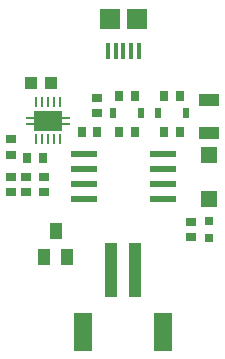
<source format=gtp>
G75*
%MOIN*%
%OFA0B0*%
%FSLAX24Y24*%
%IPPOS*%
%LPD*%
%AMOC8*
5,1,8,0,0,1.08239X$1,22.5*
%
%ADD10R,0.0870X0.0240*%
%ADD11R,0.0157X0.0551*%
%ADD12R,0.0709X0.0709*%
%ADD13R,0.0709X0.0394*%
%ADD14R,0.0315X0.0315*%
%ADD15R,0.0110X0.0335*%
%ADD16R,0.0945X0.0650*%
%ADD17R,0.0276X0.0110*%
%ADD18R,0.0248X0.0327*%
%ADD19R,0.0394X0.0551*%
%ADD20R,0.0551X0.0551*%
%ADD21R,0.0433X0.0394*%
%ADD22R,0.0276X0.0354*%
%ADD23R,0.0354X0.0276*%
%ADD24R,0.0394X0.1811*%
%ADD25R,0.0630X0.1260*%
D10*
X004860Y005430D03*
X004860Y005930D03*
X004860Y006430D03*
X004860Y006930D03*
X007510Y006930D03*
X007510Y006430D03*
X007510Y005930D03*
X007510Y005430D03*
D11*
X006692Y010387D03*
X006436Y010387D03*
X006180Y010387D03*
X005924Y010387D03*
X005668Y010387D03*
D12*
X005727Y011430D03*
X006633Y011430D03*
D13*
X009055Y008731D03*
X009055Y007629D03*
D14*
X009055Y004725D03*
X009055Y004135D03*
D15*
X004074Y007445D03*
X003877Y007445D03*
X003680Y007445D03*
X003483Y007445D03*
X003286Y007445D03*
X003286Y008665D03*
X003483Y008665D03*
X003680Y008665D03*
X003877Y008665D03*
X004074Y008665D03*
D16*
X003680Y008055D03*
D17*
X003070Y007957D03*
X003070Y008153D03*
X004290Y008153D03*
X004290Y007957D03*
D18*
X005852Y008305D03*
X006758Y008305D03*
X007352Y008305D03*
X008258Y008305D03*
D19*
X003556Y003497D03*
X004304Y003497D03*
X003930Y004363D03*
D20*
X009055Y005452D03*
X009055Y006908D03*
D21*
X003765Y009305D03*
X003095Y009305D03*
D22*
X004799Y007680D03*
X005311Y007680D03*
X006049Y007680D03*
X006561Y007680D03*
X007549Y007680D03*
X008061Y007680D03*
X008061Y008868D03*
X007549Y008868D03*
X006561Y008868D03*
X006049Y008868D03*
X003498Y006805D03*
X002987Y006805D03*
D23*
X002430Y006924D03*
X002430Y007436D03*
X002430Y006186D03*
X002930Y006186D03*
X002930Y005674D03*
X002430Y005674D03*
X003555Y005674D03*
X003555Y006186D03*
X005305Y008299D03*
X005305Y008811D03*
X008430Y004686D03*
X008430Y004174D03*
D24*
X006574Y003074D03*
X005786Y003074D03*
D25*
X004841Y001027D03*
X007519Y001027D03*
M02*

</source>
